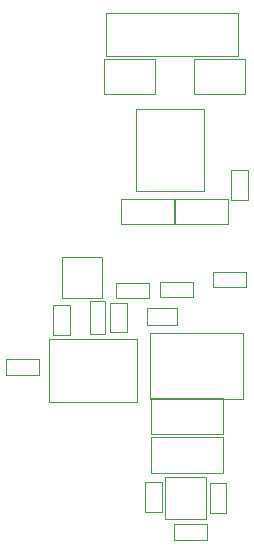
<source format=gbr>
G04 #@! TF.GenerationSoftware,KiCad,Pcbnew,(2018-02-16 revision c95340fba)-makepkg*
G04 #@! TF.CreationDate,2018-04-24T18:33:14+02:00*
G04 #@! TF.ProjectId,lmd,6C6D642E6B696361645F706362000000,rev?*
G04 #@! TF.SameCoordinates,Original*
G04 #@! TF.FileFunction,Other,User*
%FSLAX46Y46*%
G04 Gerber Fmt 4.6, Leading zero omitted, Abs format (unit mm)*
G04 Created by KiCad (PCBNEW (2018-02-16 revision c95340fba)-makepkg) date 04/24/18 18:33:14*
%MOMM*%
%LPD*%
G01*
G04 APERTURE LIST*
%ADD10C,0.050000*%
G04 APERTURE END LIST*
D10*
X115665360Y-93399480D02*
X119965360Y-93399480D01*
X115665360Y-93399480D02*
X115665360Y-96399480D01*
X119965360Y-96399480D02*
X119965360Y-93399480D01*
X119965360Y-96399480D02*
X115665360Y-96399480D01*
X110976400Y-122486400D02*
X118436400Y-122486400D01*
X110976400Y-117086400D02*
X118436400Y-117086400D01*
X118436400Y-117086400D02*
X118436400Y-122486400D01*
X110976400Y-117086400D02*
X110976400Y-122486400D01*
X115761360Y-89543480D02*
X115761360Y-93143480D01*
X126961360Y-89543480D02*
X115761360Y-89543480D01*
X126961360Y-93143480D02*
X126961360Y-89543480D01*
X115761360Y-93143480D02*
X126961360Y-93143480D01*
X110162800Y-120131600D02*
X107362800Y-120131600D01*
X110162800Y-120131600D02*
X110162800Y-118831600D01*
X107362800Y-118831600D02*
X107362800Y-120131600D01*
X107362800Y-118831600D02*
X110162800Y-118831600D01*
X123167600Y-113578400D02*
X120367600Y-113578400D01*
X123167600Y-113578400D02*
X123167600Y-112278400D01*
X120367600Y-112278400D02*
X120367600Y-113578400D01*
X120367600Y-112278400D02*
X123167600Y-112278400D01*
X114437400Y-116665200D02*
X114437400Y-113865200D01*
X114437400Y-116665200D02*
X115737400Y-116665200D01*
X115737400Y-113865200D02*
X114437400Y-113865200D01*
X115737400Y-113865200D02*
X115737400Y-116665200D01*
X115492000Y-110162400D02*
X115492000Y-113662400D01*
X112092000Y-110162400D02*
X115492000Y-110162400D01*
X112092000Y-113662400D02*
X112092000Y-110162400D01*
X115492000Y-113662400D02*
X112092000Y-113662400D01*
X112714000Y-114269200D02*
X112714000Y-116769200D01*
X112714000Y-114269200D02*
X111314000Y-114269200D01*
X111314000Y-116769200D02*
X112714000Y-116769200D01*
X111314000Y-116769200D02*
X111314000Y-114269200D01*
X123285360Y-93399480D02*
X127585360Y-93399480D01*
X123285360Y-93399480D02*
X123285360Y-96399480D01*
X127585360Y-96399480D02*
X127585360Y-93399480D01*
X127585360Y-96399480D02*
X123285360Y-96399480D01*
X118380860Y-97622480D02*
X118380860Y-104622480D01*
X124080860Y-97622480D02*
X124080860Y-104622480D01*
X124080860Y-104622480D02*
X118380860Y-104622480D01*
X124080860Y-97622480D02*
X118380860Y-97622480D01*
X125673500Y-125184500D02*
X125673500Y-122084500D01*
X119573500Y-125184500D02*
X125673500Y-125184500D01*
X119573500Y-122084500D02*
X119573500Y-125184500D01*
X125673500Y-122084500D02*
X119573500Y-122084500D01*
X119627000Y-128486500D02*
X125727000Y-128486500D01*
X125727000Y-128486500D02*
X125727000Y-125386500D01*
X125727000Y-125386500D02*
X119627000Y-125386500D01*
X119627000Y-125386500D02*
X119627000Y-128486500D01*
X117540000Y-114066000D02*
X117540000Y-116566000D01*
X117540000Y-114066000D02*
X116140000Y-114066000D01*
X116140000Y-116566000D02*
X117540000Y-116566000D01*
X116140000Y-116566000D02*
X116140000Y-114066000D01*
X119494000Y-122180000D02*
X127394000Y-122180000D01*
X119494000Y-116580000D02*
X127394000Y-116580000D01*
X127394000Y-116580000D02*
X127394000Y-122180000D01*
X119494000Y-116580000D02*
X119494000Y-122180000D01*
X124289600Y-132389500D02*
X120769600Y-132389500D01*
X124289600Y-132389500D02*
X124289600Y-128839500D01*
X120769600Y-128839500D02*
X120769600Y-132389500D01*
X120769600Y-128839500D02*
X124289600Y-128839500D01*
X121586800Y-132801600D02*
X124386800Y-132801600D01*
X121586800Y-132801600D02*
X121586800Y-134101600D01*
X124386800Y-134101600D02*
X124386800Y-132801600D01*
X124386800Y-134101600D02*
X121586800Y-134101600D01*
X120537200Y-129255200D02*
X120537200Y-131755200D01*
X120537200Y-129255200D02*
X119137200Y-129255200D01*
X119137200Y-131755200D02*
X120537200Y-131755200D01*
X119137200Y-131755200D02*
X119137200Y-129255200D01*
X125972800Y-129356800D02*
X125972800Y-131856800D01*
X125972800Y-129356800D02*
X124572800Y-129356800D01*
X124572800Y-131856800D02*
X125972800Y-131856800D01*
X124572800Y-131856800D02*
X124572800Y-129356800D01*
X124888800Y-111414800D02*
X127688800Y-111414800D01*
X124888800Y-111414800D02*
X124888800Y-112714800D01*
X127688800Y-112714800D02*
X127688800Y-111414800D01*
X127688800Y-112714800D02*
X124888800Y-112714800D01*
X119408400Y-113680000D02*
X116608400Y-113680000D01*
X119408400Y-113680000D02*
X119408400Y-112380000D01*
X116608400Y-112380000D02*
X116608400Y-113680000D01*
X116608400Y-112380000D02*
X119408400Y-112380000D01*
X117089360Y-105279480D02*
X121589360Y-105279480D01*
X117089360Y-105279480D02*
X117089360Y-107379480D01*
X121589360Y-107379480D02*
X121589360Y-105279480D01*
X121589360Y-107379480D02*
X117089360Y-107379480D01*
X126161360Y-107379480D02*
X121661360Y-107379480D01*
X126161360Y-107379480D02*
X126161360Y-105279480D01*
X121661360Y-105279480D02*
X121661360Y-107379480D01*
X121661360Y-105279480D02*
X126161360Y-105279480D01*
X121798400Y-115914400D02*
X119298400Y-115914400D01*
X121798400Y-115914400D02*
X121798400Y-114514400D01*
X119298400Y-114514400D02*
X119298400Y-115914400D01*
X119298400Y-114514400D02*
X121798400Y-114514400D01*
X127801600Y-102839200D02*
X127801600Y-105339200D01*
X127801600Y-102839200D02*
X126401600Y-102839200D01*
X126401600Y-105339200D02*
X127801600Y-105339200D01*
X126401600Y-105339200D02*
X126401600Y-102839200D01*
M02*

</source>
